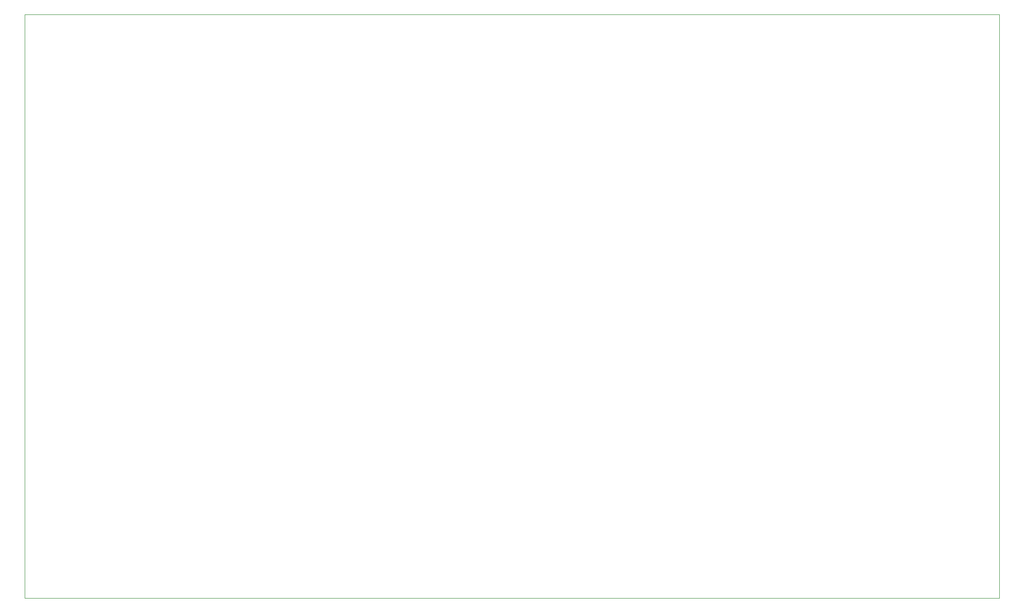
<source format=gbr>
%TF.GenerationSoftware,KiCad,Pcbnew,8.0.4*%
%TF.CreationDate,2025-03-04T01:00:22-06:00*%
%TF.ProjectId,control_pcb,636f6e74-726f-46c5-9f70-63622e6b6963,rev?*%
%TF.SameCoordinates,Original*%
%TF.FileFunction,Profile,NP*%
%FSLAX46Y46*%
G04 Gerber Fmt 4.6, Leading zero omitted, Abs format (unit mm)*
G04 Created by KiCad (PCBNEW 8.0.4) date 2025-03-04 01:00:22*
%MOMM*%
%LPD*%
G01*
G04 APERTURE LIST*
%TA.AperFunction,Profile*%
%ADD10C,0.050000*%
%TD*%
G04 APERTURE END LIST*
D10*
X64000000Y-28000000D02*
X241000000Y-28000000D01*
X241000000Y-134000000D01*
X64000000Y-134000000D01*
X64000000Y-28000000D01*
M02*

</source>
